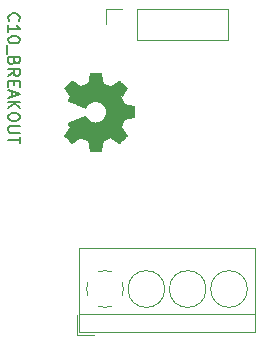
<source format=gbr>
G04 #@! TF.GenerationSoftware,KiCad,Pcbnew,5.1.5-52549c5~86~ubuntu18.04.1*
G04 #@! TF.CreationDate,2020-10-13T14:05:38-05:00*
G04 #@! TF.ProjectId,C10,4331302e-6b69-4636-9164-5f7063625858,rev?*
G04 #@! TF.SameCoordinates,Original*
G04 #@! TF.FileFunction,Legend,Top*
G04 #@! TF.FilePolarity,Positive*
%FSLAX46Y46*%
G04 Gerber Fmt 4.6, Leading zero omitted, Abs format (unit mm)*
G04 Created by KiCad (PCBNEW 5.1.5-52549c5~86~ubuntu18.04.1) date 2020-10-13 14:05:38*
%MOMM*%
%LPD*%
G04 APERTURE LIST*
%ADD10C,0.150000*%
%ADD11C,0.010000*%
%ADD12C,0.120000*%
G04 APERTURE END LIST*
D10*
X20623257Y-21150866D02*
X20575638Y-21103247D01*
X20528019Y-20960390D01*
X20528019Y-20865152D01*
X20575638Y-20722295D01*
X20670876Y-20627057D01*
X20766114Y-20579438D01*
X20956590Y-20531819D01*
X21099447Y-20531819D01*
X21289923Y-20579438D01*
X21385161Y-20627057D01*
X21480400Y-20722295D01*
X21528019Y-20865152D01*
X21528019Y-20960390D01*
X21480400Y-21103247D01*
X21432780Y-21150866D01*
X20528019Y-22103247D02*
X20528019Y-21531819D01*
X20528019Y-21817533D02*
X21528019Y-21817533D01*
X21385161Y-21722295D01*
X21289923Y-21627057D01*
X21242304Y-21531819D01*
X21528019Y-22722295D02*
X21528019Y-22817533D01*
X21480400Y-22912771D01*
X21432780Y-22960390D01*
X21337542Y-23008009D01*
X21147066Y-23055628D01*
X20908971Y-23055628D01*
X20718495Y-23008009D01*
X20623257Y-22960390D01*
X20575638Y-22912771D01*
X20528019Y-22817533D01*
X20528019Y-22722295D01*
X20575638Y-22627057D01*
X20623257Y-22579438D01*
X20718495Y-22531819D01*
X20908971Y-22484200D01*
X21147066Y-22484200D01*
X21337542Y-22531819D01*
X21432780Y-22579438D01*
X21480400Y-22627057D01*
X21528019Y-22722295D01*
X20432780Y-23246104D02*
X20432780Y-24008009D01*
X21051828Y-24579438D02*
X21004209Y-24722295D01*
X20956590Y-24769914D01*
X20861352Y-24817533D01*
X20718495Y-24817533D01*
X20623257Y-24769914D01*
X20575638Y-24722295D01*
X20528019Y-24627057D01*
X20528019Y-24246104D01*
X21528019Y-24246104D01*
X21528019Y-24579438D01*
X21480400Y-24674676D01*
X21432780Y-24722295D01*
X21337542Y-24769914D01*
X21242304Y-24769914D01*
X21147066Y-24722295D01*
X21099447Y-24674676D01*
X21051828Y-24579438D01*
X21051828Y-24246104D01*
X20528019Y-25817533D02*
X21004209Y-25484200D01*
X20528019Y-25246104D02*
X21528019Y-25246104D01*
X21528019Y-25627057D01*
X21480400Y-25722295D01*
X21432780Y-25769914D01*
X21337542Y-25817533D01*
X21194685Y-25817533D01*
X21099447Y-25769914D01*
X21051828Y-25722295D01*
X21004209Y-25627057D01*
X21004209Y-25246104D01*
X21051828Y-26246104D02*
X21051828Y-26579438D01*
X20528019Y-26722295D02*
X20528019Y-26246104D01*
X21528019Y-26246104D01*
X21528019Y-26722295D01*
X20813733Y-27103247D02*
X20813733Y-27579438D01*
X20528019Y-27008009D02*
X21528019Y-27341342D01*
X20528019Y-27674676D01*
X20528019Y-28008009D02*
X21528019Y-28008009D01*
X20528019Y-28579438D02*
X21099447Y-28150866D01*
X21528019Y-28579438D02*
X20956590Y-28008009D01*
X21528019Y-29198485D02*
X21528019Y-29388961D01*
X21480400Y-29484200D01*
X21385161Y-29579438D01*
X21194685Y-29627057D01*
X20861352Y-29627057D01*
X20670876Y-29579438D01*
X20575638Y-29484200D01*
X20528019Y-29388961D01*
X20528019Y-29198485D01*
X20575638Y-29103247D01*
X20670876Y-29008009D01*
X20861352Y-28960390D01*
X21194685Y-28960390D01*
X21385161Y-29008009D01*
X21480400Y-29103247D01*
X21528019Y-29198485D01*
X21528019Y-30055628D02*
X20718495Y-30055628D01*
X20623257Y-30103247D01*
X20575638Y-30150866D01*
X20528019Y-30246104D01*
X20528019Y-30436580D01*
X20575638Y-30531819D01*
X20623257Y-30579438D01*
X20718495Y-30627057D01*
X21528019Y-30627057D01*
X21528019Y-30960390D02*
X21528019Y-31531819D01*
X20528019Y-31246104D02*
X21528019Y-31246104D01*
D11*
G36*
X30750469Y-29410214D02*
G01*
X30305845Y-29494035D01*
X30178347Y-29803320D01*
X30050849Y-30112606D01*
X30303154Y-30483646D01*
X30373404Y-30587557D01*
X30436128Y-30681487D01*
X30488462Y-30761052D01*
X30527543Y-30821870D01*
X30550507Y-30859557D01*
X30555458Y-30869821D01*
X30542724Y-30888310D01*
X30507518Y-30927820D01*
X30454338Y-30983922D01*
X30387682Y-31052187D01*
X30312046Y-31128186D01*
X30231928Y-31207492D01*
X30151826Y-31285675D01*
X30076236Y-31358307D01*
X30009655Y-31420959D01*
X29956582Y-31469203D01*
X29921513Y-31498610D01*
X29909777Y-31505641D01*
X29888140Y-31495523D01*
X29840738Y-31467159D01*
X29772207Y-31423529D01*
X29687185Y-31367618D01*
X29590307Y-31302406D01*
X29535050Y-31264619D01*
X29434152Y-31195743D01*
X29343101Y-31134540D01*
X29266430Y-31083978D01*
X29208672Y-31047028D01*
X29174357Y-31026658D01*
X29167146Y-31023597D01*
X29146652Y-31030536D01*
X29098887Y-31049451D01*
X29030568Y-31077487D01*
X28948411Y-31111791D01*
X28859130Y-31149509D01*
X28769442Y-31187787D01*
X28686062Y-31223770D01*
X28615706Y-31254606D01*
X28565090Y-31277439D01*
X28540929Y-31289417D01*
X28539978Y-31290124D01*
X28535364Y-31308931D01*
X28525072Y-31359018D01*
X28510113Y-31435193D01*
X28491499Y-31532265D01*
X28470241Y-31645043D01*
X28457982Y-31710842D01*
X28435038Y-31831350D01*
X28413205Y-31940197D01*
X28393678Y-32031876D01*
X28377652Y-32100881D01*
X28366321Y-32141704D01*
X28362726Y-32149911D01*
X28338394Y-32157948D01*
X28283441Y-32164433D01*
X28204292Y-32169370D01*
X28107374Y-32172764D01*
X27999113Y-32174618D01*
X27885935Y-32174938D01*
X27774265Y-32173727D01*
X27670532Y-32170990D01*
X27581159Y-32166731D01*
X27512574Y-32160955D01*
X27471203Y-32153667D01*
X27462590Y-32149295D01*
X27452267Y-32123164D01*
X27437508Y-32067793D01*
X27420048Y-31990507D01*
X27401620Y-31898630D01*
X27395659Y-31866558D01*
X27367334Y-31711924D01*
X27344524Y-31589775D01*
X27326320Y-31496073D01*
X27311817Y-31426784D01*
X27300108Y-31377871D01*
X27290285Y-31345297D01*
X27281444Y-31325028D01*
X27272676Y-31313026D01*
X27270943Y-31311347D01*
X27243029Y-31294584D01*
X27188705Y-31269014D01*
X27114623Y-31237188D01*
X27027435Y-31201660D01*
X26933792Y-31164983D01*
X26840348Y-31129711D01*
X26753753Y-31098396D01*
X26680660Y-31073593D01*
X26627722Y-31057854D01*
X26601589Y-31053732D01*
X26600674Y-31054076D01*
X26579314Y-31068041D01*
X26532316Y-31099722D01*
X26464573Y-31145791D01*
X26380977Y-31202918D01*
X26286418Y-31267773D01*
X26259546Y-31286243D01*
X26162125Y-31352099D01*
X26073237Y-31410050D01*
X25997988Y-31456938D01*
X25941480Y-31489607D01*
X25908819Y-31504900D01*
X25904807Y-31505641D01*
X25883716Y-31492792D01*
X25841936Y-31457288D01*
X25783955Y-31403693D01*
X25714265Y-31336571D01*
X25637355Y-31260487D01*
X25557717Y-31180004D01*
X25479839Y-31099687D01*
X25408214Y-31024099D01*
X25347330Y-30957805D01*
X25301679Y-30905369D01*
X25275750Y-30871355D01*
X25271517Y-30861945D01*
X25281488Y-30840043D01*
X25308380Y-30795200D01*
X25347664Y-30734721D01*
X25379283Y-30688189D01*
X25437302Y-30603875D01*
X25505616Y-30504026D01*
X25573821Y-30403873D01*
X25610325Y-30350027D01*
X25733600Y-30167771D01*
X25650880Y-30014781D01*
X25614641Y-29945082D01*
X25586474Y-29885814D01*
X25570409Y-29845711D01*
X25568174Y-29835503D01*
X25584678Y-29823229D01*
X25631318Y-29799013D01*
X25703791Y-29764663D01*
X25797794Y-29721988D01*
X25909026Y-29672794D01*
X26033185Y-29618890D01*
X26165968Y-29562084D01*
X26303073Y-29504182D01*
X26440198Y-29446993D01*
X26573042Y-29392324D01*
X26697302Y-29341984D01*
X26808675Y-29297780D01*
X26902861Y-29261519D01*
X26975556Y-29235009D01*
X27022459Y-29220058D01*
X27038567Y-29217654D01*
X27059114Y-29236711D01*
X27092467Y-29278436D01*
X27131698Y-29334106D01*
X27134801Y-29338778D01*
X27249977Y-29482664D01*
X27384347Y-29598683D01*
X27533616Y-29685830D01*
X27693487Y-29743099D01*
X27859663Y-29769486D01*
X28027848Y-29763985D01*
X28193745Y-29725590D01*
X28353058Y-29653295D01*
X28387913Y-29632026D01*
X28528663Y-29521396D01*
X28641686Y-29390702D01*
X28726397Y-29244464D01*
X28782206Y-29087208D01*
X28808526Y-28923457D01*
X28804770Y-28757733D01*
X28770350Y-28594562D01*
X28704677Y-28438465D01*
X28607165Y-28293967D01*
X28567587Y-28249269D01*
X28443697Y-28135512D01*
X28313276Y-28052618D01*
X28167085Y-27995756D01*
X28022312Y-27964087D01*
X27859540Y-27956269D01*
X27695960Y-27982338D01*
X27537102Y-28039645D01*
X27388494Y-28125544D01*
X27255665Y-28237386D01*
X27144144Y-28372523D01*
X27132389Y-28390283D01*
X27093892Y-28446550D01*
X27060537Y-28489323D01*
X27039240Y-28509772D01*
X27038567Y-28510069D01*
X27015529Y-28505679D01*
X26963243Y-28488276D01*
X26886010Y-28459668D01*
X26788132Y-28421665D01*
X26673909Y-28376074D01*
X26547642Y-28324703D01*
X26413633Y-28269362D01*
X26276182Y-28211858D01*
X26139592Y-28154001D01*
X26008163Y-28097598D01*
X25886195Y-28044458D01*
X25777991Y-27996390D01*
X25687851Y-27955201D01*
X25620077Y-27922701D01*
X25578970Y-27900697D01*
X25568174Y-27891836D01*
X25576581Y-27864760D01*
X25599128Y-27814097D01*
X25631787Y-27748583D01*
X25650880Y-27712559D01*
X25733600Y-27559568D01*
X25610325Y-27377312D01*
X25547172Y-27284275D01*
X25477673Y-27182415D01*
X25412235Y-27086962D01*
X25379283Y-27039150D01*
X25334127Y-26971905D01*
X25298343Y-26914964D01*
X25276462Y-26875754D01*
X25271837Y-26863019D01*
X25284315Y-26844483D01*
X25319148Y-26803459D01*
X25372722Y-26743925D01*
X25441417Y-26669858D01*
X25521619Y-26585235D01*
X25573114Y-26531715D01*
X25665114Y-26438081D01*
X25747401Y-26357159D01*
X25816455Y-26292223D01*
X25868756Y-26246542D01*
X25900784Y-26223389D01*
X25907284Y-26221168D01*
X25932006Y-26231476D01*
X25981995Y-26259961D01*
X26052188Y-26303463D01*
X26137525Y-26358823D01*
X26232944Y-26422880D01*
X26259546Y-26441097D01*
X26356233Y-26507473D01*
X26443283Y-26567022D01*
X26515805Y-26616416D01*
X26568907Y-26652325D01*
X26597697Y-26671419D01*
X26600674Y-26673264D01*
X26623618Y-26670505D01*
X26674064Y-26655862D01*
X26745359Y-26631887D01*
X26830853Y-26601134D01*
X26923893Y-26566156D01*
X27017826Y-26529507D01*
X27106001Y-26493739D01*
X27181766Y-26461406D01*
X27238469Y-26435062D01*
X27269457Y-26417258D01*
X27270943Y-26415993D01*
X27279799Y-26405106D01*
X27288557Y-26386718D01*
X27298123Y-26356794D01*
X27309404Y-26311297D01*
X27323307Y-26246191D01*
X27340737Y-26157439D01*
X27362602Y-26041007D01*
X27389809Y-25892858D01*
X27395659Y-25860782D01*
X27414026Y-25765714D01*
X27431995Y-25682835D01*
X27447831Y-25619470D01*
X27459800Y-25582942D01*
X27462590Y-25578044D01*
X27487328Y-25569973D01*
X27542610Y-25563413D01*
X27622011Y-25558367D01*
X27719104Y-25554841D01*
X27827462Y-25552839D01*
X27940660Y-25552364D01*
X28052272Y-25553423D01*
X28155871Y-25556018D01*
X28245032Y-25560154D01*
X28313328Y-25565837D01*
X28354334Y-25573069D01*
X28362726Y-25577429D01*
X28371192Y-25601702D01*
X28384965Y-25656974D01*
X28402850Y-25737738D01*
X28423652Y-25838488D01*
X28446177Y-25953717D01*
X28457982Y-26016498D01*
X28480249Y-26135613D01*
X28500421Y-26241835D01*
X28517485Y-26329973D01*
X28530431Y-26394834D01*
X28538245Y-26431226D01*
X28539978Y-26437216D01*
X28559510Y-26447339D01*
X28606557Y-26468738D01*
X28674397Y-26498561D01*
X28756309Y-26533955D01*
X28845572Y-26572068D01*
X28935465Y-26610047D01*
X29019265Y-26645040D01*
X29090253Y-26674194D01*
X29141706Y-26694657D01*
X29166903Y-26703577D01*
X29168004Y-26703743D01*
X29187881Y-26693631D01*
X29233623Y-26665283D01*
X29300683Y-26621677D01*
X29384516Y-26565794D01*
X29480574Y-26500613D01*
X29535750Y-26462721D01*
X29636919Y-26393675D01*
X29728770Y-26332350D01*
X29806656Y-26281737D01*
X29865931Y-26244829D01*
X29901949Y-26224618D01*
X29910023Y-26221699D01*
X29928816Y-26234247D01*
X29968943Y-26268937D01*
X30025907Y-26321337D01*
X30095215Y-26387016D01*
X30172369Y-26461544D01*
X30252875Y-26540487D01*
X30332237Y-26619417D01*
X30405960Y-26693900D01*
X30469548Y-26759506D01*
X30518506Y-26811804D01*
X30548339Y-26846361D01*
X30555458Y-26857922D01*
X30545447Y-26876746D01*
X30517322Y-26921769D01*
X30473946Y-26988613D01*
X30418182Y-27072901D01*
X30352894Y-27170256D01*
X30303154Y-27243693D01*
X30050849Y-27614733D01*
X30305845Y-28233305D01*
X30750469Y-28317125D01*
X31195093Y-28400946D01*
X31195093Y-29326394D01*
X30750469Y-29410214D01*
G37*
X30750469Y-29410214D02*
X30305845Y-29494035D01*
X30178347Y-29803320D01*
X30050849Y-30112606D01*
X30303154Y-30483646D01*
X30373404Y-30587557D01*
X30436128Y-30681487D01*
X30488462Y-30761052D01*
X30527543Y-30821870D01*
X30550507Y-30859557D01*
X30555458Y-30869821D01*
X30542724Y-30888310D01*
X30507518Y-30927820D01*
X30454338Y-30983922D01*
X30387682Y-31052187D01*
X30312046Y-31128186D01*
X30231928Y-31207492D01*
X30151826Y-31285675D01*
X30076236Y-31358307D01*
X30009655Y-31420959D01*
X29956582Y-31469203D01*
X29921513Y-31498610D01*
X29909777Y-31505641D01*
X29888140Y-31495523D01*
X29840738Y-31467159D01*
X29772207Y-31423529D01*
X29687185Y-31367618D01*
X29590307Y-31302406D01*
X29535050Y-31264619D01*
X29434152Y-31195743D01*
X29343101Y-31134540D01*
X29266430Y-31083978D01*
X29208672Y-31047028D01*
X29174357Y-31026658D01*
X29167146Y-31023597D01*
X29146652Y-31030536D01*
X29098887Y-31049451D01*
X29030568Y-31077487D01*
X28948411Y-31111791D01*
X28859130Y-31149509D01*
X28769442Y-31187787D01*
X28686062Y-31223770D01*
X28615706Y-31254606D01*
X28565090Y-31277439D01*
X28540929Y-31289417D01*
X28539978Y-31290124D01*
X28535364Y-31308931D01*
X28525072Y-31359018D01*
X28510113Y-31435193D01*
X28491499Y-31532265D01*
X28470241Y-31645043D01*
X28457982Y-31710842D01*
X28435038Y-31831350D01*
X28413205Y-31940197D01*
X28393678Y-32031876D01*
X28377652Y-32100881D01*
X28366321Y-32141704D01*
X28362726Y-32149911D01*
X28338394Y-32157948D01*
X28283441Y-32164433D01*
X28204292Y-32169370D01*
X28107374Y-32172764D01*
X27999113Y-32174618D01*
X27885935Y-32174938D01*
X27774265Y-32173727D01*
X27670532Y-32170990D01*
X27581159Y-32166731D01*
X27512574Y-32160955D01*
X27471203Y-32153667D01*
X27462590Y-32149295D01*
X27452267Y-32123164D01*
X27437508Y-32067793D01*
X27420048Y-31990507D01*
X27401620Y-31898630D01*
X27395659Y-31866558D01*
X27367334Y-31711924D01*
X27344524Y-31589775D01*
X27326320Y-31496073D01*
X27311817Y-31426784D01*
X27300108Y-31377871D01*
X27290285Y-31345297D01*
X27281444Y-31325028D01*
X27272676Y-31313026D01*
X27270943Y-31311347D01*
X27243029Y-31294584D01*
X27188705Y-31269014D01*
X27114623Y-31237188D01*
X27027435Y-31201660D01*
X26933792Y-31164983D01*
X26840348Y-31129711D01*
X26753753Y-31098396D01*
X26680660Y-31073593D01*
X26627722Y-31057854D01*
X26601589Y-31053732D01*
X26600674Y-31054076D01*
X26579314Y-31068041D01*
X26532316Y-31099722D01*
X26464573Y-31145791D01*
X26380977Y-31202918D01*
X26286418Y-31267773D01*
X26259546Y-31286243D01*
X26162125Y-31352099D01*
X26073237Y-31410050D01*
X25997988Y-31456938D01*
X25941480Y-31489607D01*
X25908819Y-31504900D01*
X25904807Y-31505641D01*
X25883716Y-31492792D01*
X25841936Y-31457288D01*
X25783955Y-31403693D01*
X25714265Y-31336571D01*
X25637355Y-31260487D01*
X25557717Y-31180004D01*
X25479839Y-31099687D01*
X25408214Y-31024099D01*
X25347330Y-30957805D01*
X25301679Y-30905369D01*
X25275750Y-30871355D01*
X25271517Y-30861945D01*
X25281488Y-30840043D01*
X25308380Y-30795200D01*
X25347664Y-30734721D01*
X25379283Y-30688189D01*
X25437302Y-30603875D01*
X25505616Y-30504026D01*
X25573821Y-30403873D01*
X25610325Y-30350027D01*
X25733600Y-30167771D01*
X25650880Y-30014781D01*
X25614641Y-29945082D01*
X25586474Y-29885814D01*
X25570409Y-29845711D01*
X25568174Y-29835503D01*
X25584678Y-29823229D01*
X25631318Y-29799013D01*
X25703791Y-29764663D01*
X25797794Y-29721988D01*
X25909026Y-29672794D01*
X26033185Y-29618890D01*
X26165968Y-29562084D01*
X26303073Y-29504182D01*
X26440198Y-29446993D01*
X26573042Y-29392324D01*
X26697302Y-29341984D01*
X26808675Y-29297780D01*
X26902861Y-29261519D01*
X26975556Y-29235009D01*
X27022459Y-29220058D01*
X27038567Y-29217654D01*
X27059114Y-29236711D01*
X27092467Y-29278436D01*
X27131698Y-29334106D01*
X27134801Y-29338778D01*
X27249977Y-29482664D01*
X27384347Y-29598683D01*
X27533616Y-29685830D01*
X27693487Y-29743099D01*
X27859663Y-29769486D01*
X28027848Y-29763985D01*
X28193745Y-29725590D01*
X28353058Y-29653295D01*
X28387913Y-29632026D01*
X28528663Y-29521396D01*
X28641686Y-29390702D01*
X28726397Y-29244464D01*
X28782206Y-29087208D01*
X28808526Y-28923457D01*
X28804770Y-28757733D01*
X28770350Y-28594562D01*
X28704677Y-28438465D01*
X28607165Y-28293967D01*
X28567587Y-28249269D01*
X28443697Y-28135512D01*
X28313276Y-28052618D01*
X28167085Y-27995756D01*
X28022312Y-27964087D01*
X27859540Y-27956269D01*
X27695960Y-27982338D01*
X27537102Y-28039645D01*
X27388494Y-28125544D01*
X27255665Y-28237386D01*
X27144144Y-28372523D01*
X27132389Y-28390283D01*
X27093892Y-28446550D01*
X27060537Y-28489323D01*
X27039240Y-28509772D01*
X27038567Y-28510069D01*
X27015529Y-28505679D01*
X26963243Y-28488276D01*
X26886010Y-28459668D01*
X26788132Y-28421665D01*
X26673909Y-28376074D01*
X26547642Y-28324703D01*
X26413633Y-28269362D01*
X26276182Y-28211858D01*
X26139592Y-28154001D01*
X26008163Y-28097598D01*
X25886195Y-28044458D01*
X25777991Y-27996390D01*
X25687851Y-27955201D01*
X25620077Y-27922701D01*
X25578970Y-27900697D01*
X25568174Y-27891836D01*
X25576581Y-27864760D01*
X25599128Y-27814097D01*
X25631787Y-27748583D01*
X25650880Y-27712559D01*
X25733600Y-27559568D01*
X25610325Y-27377312D01*
X25547172Y-27284275D01*
X25477673Y-27182415D01*
X25412235Y-27086962D01*
X25379283Y-27039150D01*
X25334127Y-26971905D01*
X25298343Y-26914964D01*
X25276462Y-26875754D01*
X25271837Y-26863019D01*
X25284315Y-26844483D01*
X25319148Y-26803459D01*
X25372722Y-26743925D01*
X25441417Y-26669858D01*
X25521619Y-26585235D01*
X25573114Y-26531715D01*
X25665114Y-26438081D01*
X25747401Y-26357159D01*
X25816455Y-26292223D01*
X25868756Y-26246542D01*
X25900784Y-26223389D01*
X25907284Y-26221168D01*
X25932006Y-26231476D01*
X25981995Y-26259961D01*
X26052188Y-26303463D01*
X26137525Y-26358823D01*
X26232944Y-26422880D01*
X26259546Y-26441097D01*
X26356233Y-26507473D01*
X26443283Y-26567022D01*
X26515805Y-26616416D01*
X26568907Y-26652325D01*
X26597697Y-26671419D01*
X26600674Y-26673264D01*
X26623618Y-26670505D01*
X26674064Y-26655862D01*
X26745359Y-26631887D01*
X26830853Y-26601134D01*
X26923893Y-26566156D01*
X27017826Y-26529507D01*
X27106001Y-26493739D01*
X27181766Y-26461406D01*
X27238469Y-26435062D01*
X27269457Y-26417258D01*
X27270943Y-26415993D01*
X27279799Y-26405106D01*
X27288557Y-26386718D01*
X27298123Y-26356794D01*
X27309404Y-26311297D01*
X27323307Y-26246191D01*
X27340737Y-26157439D01*
X27362602Y-26041007D01*
X27389809Y-25892858D01*
X27395659Y-25860782D01*
X27414026Y-25765714D01*
X27431995Y-25682835D01*
X27447831Y-25619470D01*
X27459800Y-25582942D01*
X27462590Y-25578044D01*
X27487328Y-25569973D01*
X27542610Y-25563413D01*
X27622011Y-25558367D01*
X27719104Y-25554841D01*
X27827462Y-25552839D01*
X27940660Y-25552364D01*
X28052272Y-25553423D01*
X28155871Y-25556018D01*
X28245032Y-25560154D01*
X28313328Y-25565837D01*
X28354334Y-25573069D01*
X28362726Y-25577429D01*
X28371192Y-25601702D01*
X28384965Y-25656974D01*
X28402850Y-25737738D01*
X28423652Y-25838488D01*
X28446177Y-25953717D01*
X28457982Y-26016498D01*
X28480249Y-26135613D01*
X28500421Y-26241835D01*
X28517485Y-26329973D01*
X28530431Y-26394834D01*
X28538245Y-26431226D01*
X28539978Y-26437216D01*
X28559510Y-26447339D01*
X28606557Y-26468738D01*
X28674397Y-26498561D01*
X28756309Y-26533955D01*
X28845572Y-26572068D01*
X28935465Y-26610047D01*
X29019265Y-26645040D01*
X29090253Y-26674194D01*
X29141706Y-26694657D01*
X29166903Y-26703577D01*
X29168004Y-26703743D01*
X29187881Y-26693631D01*
X29233623Y-26665283D01*
X29300683Y-26621677D01*
X29384516Y-26565794D01*
X29480574Y-26500613D01*
X29535750Y-26462721D01*
X29636919Y-26393675D01*
X29728770Y-26332350D01*
X29806656Y-26281737D01*
X29865931Y-26244829D01*
X29901949Y-26224618D01*
X29910023Y-26221699D01*
X29928816Y-26234247D01*
X29968943Y-26268937D01*
X30025907Y-26321337D01*
X30095215Y-26387016D01*
X30172369Y-26461544D01*
X30252875Y-26540487D01*
X30332237Y-26619417D01*
X30405960Y-26693900D01*
X30469548Y-26759506D01*
X30518506Y-26811804D01*
X30548339Y-26846361D01*
X30555458Y-26857922D01*
X30545447Y-26876746D01*
X30517322Y-26921769D01*
X30473946Y-26988613D01*
X30418182Y-27072901D01*
X30352894Y-27170256D01*
X30303154Y-27243693D01*
X30050849Y-27614733D01*
X30305845Y-28233305D01*
X30750469Y-28317125D01*
X31195093Y-28400946D01*
X31195093Y-29326394D01*
X30750469Y-29410214D01*
D12*
X26320000Y-47765800D02*
X27820000Y-47765800D01*
X26320000Y-46025800D02*
X26320000Y-47765800D01*
X41380000Y-40405800D02*
X41380000Y-47525800D01*
X26560000Y-40405800D02*
X26560000Y-47525800D01*
X26560000Y-47525800D02*
X41380000Y-47525800D01*
X26560000Y-40405800D02*
X41380000Y-40405800D01*
X26560000Y-45965800D02*
X41380000Y-45965800D01*
X40775000Y-43865800D02*
G75*
G03X40775000Y-43865800I-1555000J0D01*
G01*
X37275000Y-43865800D02*
G75*
G03X37275000Y-43865800I-1555000J0D01*
G01*
X33775000Y-43865800D02*
G75*
G03X33775000Y-43865800I-1555000J0D01*
G01*
X28747011Y-45421292D02*
G75*
G02X28112000Y-45297800I-27011J1555492D01*
G01*
X27287891Y-44473542D02*
G75*
G02X27288000Y-43257800I1432109J607742D01*
G01*
X28112258Y-42433691D02*
G75*
G02X29328000Y-42433800I607742J-1432109D01*
G01*
X30152109Y-43258058D02*
G75*
G02X30152000Y-44473800I-1432109J-607742D01*
G01*
X29327587Y-45297185D02*
G75*
G02X28720000Y-45420800I-607587J1431385D01*
G01*
X28830000Y-21463000D02*
X28830000Y-20133000D01*
X28830000Y-20133000D02*
X30160000Y-20133000D01*
X31430000Y-20133000D02*
X39110000Y-20133000D01*
X39110000Y-22793000D02*
X39110000Y-20133000D01*
X31430000Y-22793000D02*
X39110000Y-22793000D01*
X31430000Y-22793000D02*
X31430000Y-20133000D01*
M02*

</source>
